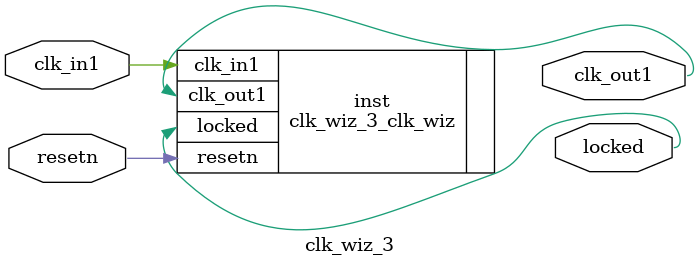
<source format=v>


`timescale 1ps/1ps

(* CORE_GENERATION_INFO = "clk_wiz_3,clk_wiz_v6_0_3_0_0,{component_name=clk_wiz_3,use_phase_alignment=true,use_min_o_jitter=false,use_max_i_jitter=false,use_dyn_phase_shift=false,use_inclk_switchover=false,use_dyn_reconfig=false,enable_axi=0,feedback_source=FDBK_AUTO,PRIMITIVE=PLL,num_out_clk=1,clkin1_period=10.000,clkin2_period=10.000,use_power_down=false,use_reset=true,use_locked=true,use_inclk_stopped=false,feedback_type=SINGLE,CLOCK_MGR_TYPE=NA,manual_override=false}" *)

module clk_wiz_3 
 (
  // Clock out ports
  output        clk_out1,
  // Status and control signals
  input         resetn,
  output        locked,
 // Clock in ports
  input         clk_in1
 );

  clk_wiz_3_clk_wiz inst
  (
  // Clock out ports  
  .clk_out1(clk_out1),
  // Status and control signals               
  .resetn(resetn), 
  .locked(locked),
 // Clock in ports
  .clk_in1(clk_in1)
  );

endmodule

</source>
